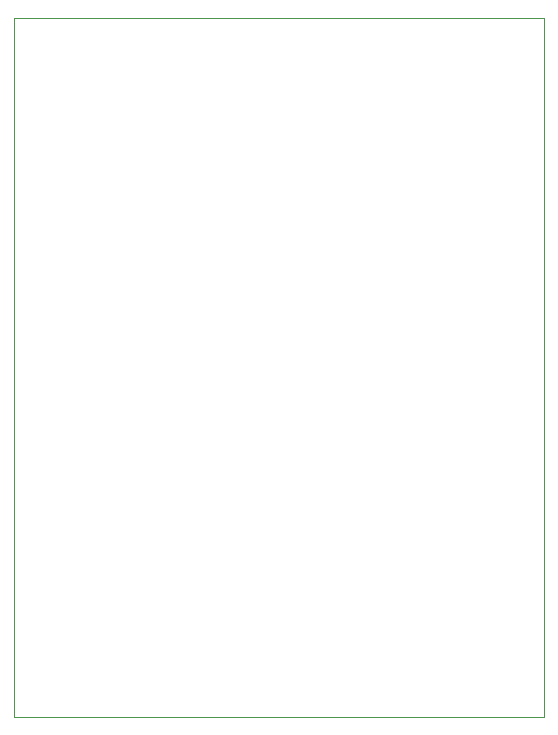
<source format=gbr>
%TF.GenerationSoftware,KiCad,Pcbnew,8.0.8-8.0.8-0~ubuntu24.04.1*%
%TF.CreationDate,2025-07-21T15:44:47-04:00*%
%TF.ProjectId,electronics,656c6563-7472-46f6-9e69-63732e6b6963,rev?*%
%TF.SameCoordinates,Original*%
%TF.FileFunction,Profile,NP*%
%FSLAX46Y46*%
G04 Gerber Fmt 4.6, Leading zero omitted, Abs format (unit mm)*
G04 Created by KiCad (PCBNEW 8.0.8-8.0.8-0~ubuntu24.04.1) date 2025-07-21 15:44:47*
%MOMM*%
%LPD*%
G01*
G04 APERTURE LIST*
%TA.AperFunction,Profile*%
%ADD10C,0.050000*%
%TD*%
G04 APERTURE END LIST*
D10*
X129130000Y-79450000D02*
X174060000Y-79450000D01*
X174060000Y-138685000D01*
X129130000Y-138685000D01*
X129130000Y-79450000D01*
M02*

</source>
